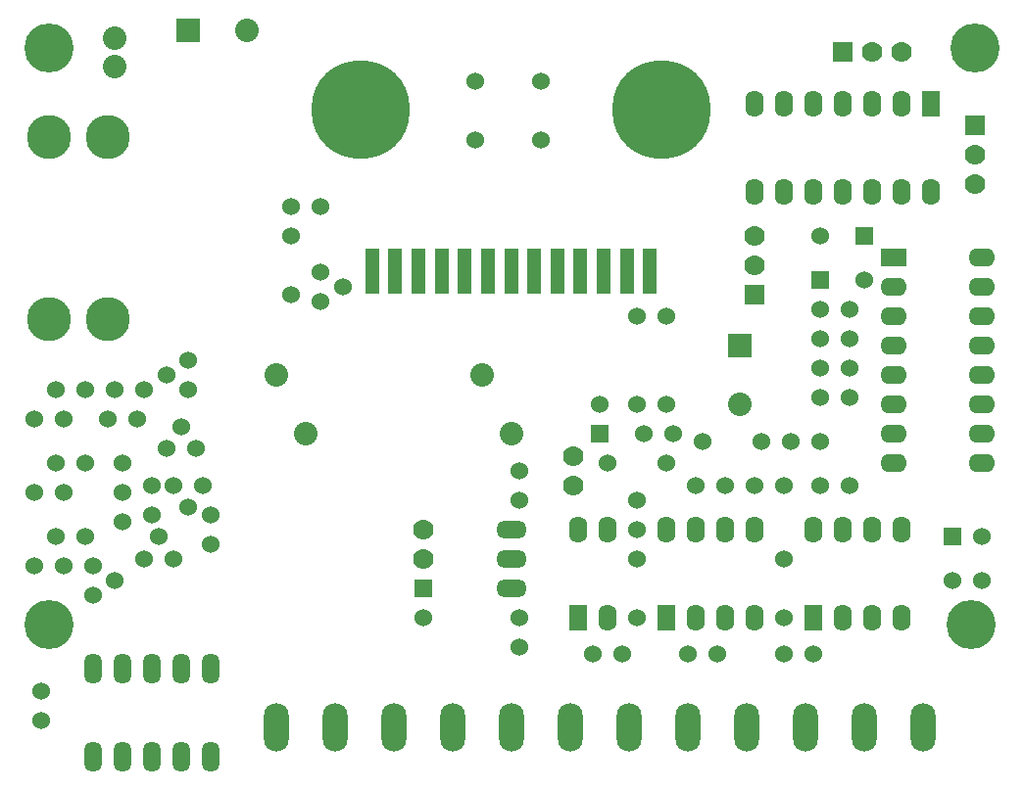
<source format=gts>
G04 (created by PCBNEW (2013-jul-07)-stable) date Sun 11 Dec 2016 08:13:46 PM CST*
%MOIN*%
G04 Gerber Fmt 3.4, Leading zero omitted, Abs format*
%FSLAX34Y34*%
G01*
G70*
G90*
G04 APERTURE LIST*
%ADD10C,0.00590551*%
%ADD11R,0.06X0.06*%
%ADD12C,0.06*%
%ADD13C,0.08*%
%ADD14O,0.104X0.06*%
%ADD15C,0.07*%
%ADD16O,0.06X0.104*%
%ADD17R,0.07X0.07*%
%ADD18C,0.15*%
%ADD19R,0.062X0.09*%
%ADD20O,0.062X0.09*%
%ADD21R,0.09X0.062*%
%ADD22O,0.09X0.062*%
%ADD23O,0.085X0.165*%
%ADD24R,0.08X0.08*%
%ADD25C,0.167*%
%ADD26R,0.0492126X0.15748*%
%ADD27C,0.334646*%
G04 APERTURE END LIST*
G54D10*
G54D11*
X98000Y-60000D03*
G54D12*
X99000Y-60000D03*
G54D11*
X80000Y-61750D03*
G54D12*
X80000Y-62750D03*
G54D11*
X86000Y-56500D03*
G54D12*
X86000Y-55500D03*
G54D13*
X69500Y-44000D03*
X69500Y-43015D03*
G54D12*
X94500Y-52250D03*
X94500Y-53250D03*
X93500Y-52250D03*
X93500Y-53250D03*
X98000Y-61500D03*
X99000Y-61500D03*
X92250Y-64000D03*
X93250Y-64000D03*
X90000Y-64000D03*
X89000Y-64000D03*
X86750Y-64000D03*
X85750Y-64000D03*
X83250Y-57750D03*
X83250Y-58750D03*
X87250Y-58750D03*
X87250Y-59750D03*
X94500Y-58250D03*
X93500Y-58250D03*
X89250Y-58250D03*
X90250Y-58250D03*
X88500Y-56500D03*
X87500Y-56500D03*
X75500Y-48750D03*
X76500Y-48750D03*
X67000Y-66250D03*
X67000Y-65250D03*
X70500Y-55000D03*
X69500Y-55000D03*
X72750Y-60250D03*
X72750Y-59250D03*
X70750Y-59250D03*
X70750Y-58250D03*
X68500Y-57500D03*
X67500Y-57500D03*
X68500Y-55000D03*
X67500Y-55000D03*
X68500Y-60000D03*
X67500Y-60000D03*
G54D14*
X83000Y-61750D03*
X83000Y-59750D03*
X83000Y-60750D03*
G54D12*
X83250Y-62750D03*
X83250Y-63750D03*
G54D15*
X80000Y-60750D03*
X80000Y-59750D03*
G54D16*
X68750Y-67500D03*
X69750Y-67500D03*
X70750Y-67500D03*
X71750Y-67500D03*
X72750Y-67500D03*
X72750Y-64500D03*
X71750Y-64500D03*
X70750Y-64500D03*
X69750Y-64500D03*
X68750Y-64500D03*
G54D13*
X82000Y-54500D03*
X75000Y-54500D03*
X83000Y-56500D03*
X76000Y-56500D03*
G54D17*
X94250Y-43500D03*
G54D15*
X95250Y-43500D03*
X96250Y-43500D03*
G54D12*
X67750Y-61000D03*
X66750Y-61000D03*
X67750Y-56000D03*
X66750Y-56000D03*
X67750Y-58500D03*
X66750Y-58500D03*
X69250Y-56000D03*
X70250Y-56000D03*
G54D18*
X69250Y-46400D03*
X67250Y-46400D03*
X69250Y-52600D03*
X67250Y-52600D03*
G54D19*
X93250Y-62750D03*
G54D20*
X94250Y-62750D03*
X95250Y-62750D03*
X96250Y-62750D03*
X96250Y-59750D03*
X95250Y-59750D03*
X94250Y-59750D03*
X93250Y-59750D03*
G54D19*
X88250Y-62750D03*
G54D20*
X89250Y-62750D03*
X90250Y-62750D03*
X91250Y-62750D03*
X91250Y-59750D03*
X90250Y-59750D03*
X89250Y-59750D03*
X88250Y-59750D03*
G54D21*
X96000Y-50500D03*
G54D22*
X96000Y-51500D03*
X96000Y-52500D03*
X96000Y-53500D03*
X96000Y-54500D03*
X96000Y-55500D03*
X96000Y-56500D03*
X96000Y-57500D03*
X99000Y-57500D03*
X99000Y-56500D03*
X99000Y-55500D03*
X99000Y-54500D03*
X99000Y-53500D03*
X99000Y-52500D03*
X99000Y-51500D03*
X99000Y-50500D03*
G54D19*
X97250Y-45250D03*
G54D20*
X96250Y-45250D03*
X95250Y-45250D03*
X94250Y-45250D03*
X93250Y-45250D03*
X92250Y-45250D03*
X91250Y-45250D03*
X91250Y-48250D03*
X92250Y-48250D03*
X93250Y-48250D03*
X94250Y-48250D03*
X95250Y-48250D03*
X96250Y-48250D03*
X97250Y-48250D03*
G54D23*
X87000Y-66500D03*
X89000Y-66500D03*
X91000Y-66500D03*
X93000Y-66500D03*
X95000Y-66500D03*
X97000Y-66500D03*
G54D24*
X90750Y-53500D03*
G54D13*
X90750Y-55500D03*
G54D24*
X72000Y-42750D03*
G54D13*
X74000Y-42750D03*
G54D12*
X89500Y-56750D03*
X91500Y-56750D03*
X92250Y-60750D03*
X92250Y-62750D03*
X87250Y-60750D03*
X87250Y-62750D03*
X75500Y-51750D03*
X75500Y-49750D03*
X84000Y-46500D03*
X84000Y-44500D03*
X81750Y-46500D03*
X81750Y-44500D03*
X88250Y-57500D03*
X86250Y-57500D03*
X94500Y-54250D03*
X94500Y-55250D03*
X92250Y-58250D03*
X91250Y-58250D03*
X93500Y-54250D03*
X93500Y-55250D03*
X92500Y-56750D03*
X93500Y-56750D03*
X72000Y-55000D03*
X71250Y-54500D03*
X72000Y-54000D03*
X68750Y-61000D03*
X69500Y-61500D03*
X68750Y-62000D03*
X70500Y-60750D03*
X71000Y-60000D03*
X71500Y-60750D03*
X76500Y-51000D03*
X77250Y-51500D03*
X76500Y-52000D03*
X71250Y-57000D03*
X71750Y-56250D03*
X72250Y-57000D03*
G54D23*
X75000Y-66500D03*
X77000Y-66500D03*
X79000Y-66500D03*
X81000Y-66500D03*
X83000Y-66500D03*
X85000Y-66500D03*
G54D25*
X67250Y-43375D03*
X98750Y-43375D03*
G54D26*
X78248Y-50964D03*
X79035Y-50964D03*
X79823Y-50964D03*
X80610Y-50964D03*
X81398Y-50964D03*
X82185Y-50964D03*
X82972Y-50964D03*
X83759Y-50964D03*
X84546Y-50964D03*
X85334Y-50964D03*
X86121Y-50964D03*
X86909Y-50964D03*
X87696Y-50964D03*
G54D27*
X77854Y-45472D03*
X88090Y-45472D03*
G54D25*
X67250Y-63000D03*
X98625Y-63000D03*
G54D19*
X85250Y-62750D03*
G54D20*
X86250Y-62750D03*
X86250Y-59750D03*
X85250Y-59750D03*
G54D12*
X69750Y-59500D03*
X69750Y-58500D03*
X69750Y-57500D03*
X87250Y-52500D03*
X87250Y-55500D03*
X88250Y-55500D03*
X88250Y-52500D03*
G54D11*
X95000Y-49750D03*
G54D12*
X95000Y-51250D03*
G54D11*
X93500Y-51250D03*
G54D12*
X93500Y-49750D03*
G54D17*
X98750Y-46000D03*
G54D15*
X98750Y-47000D03*
X98750Y-48000D03*
G54D17*
X91250Y-51750D03*
G54D15*
X91250Y-50750D03*
X91250Y-49750D03*
G54D12*
X71500Y-58250D03*
X72000Y-59000D03*
X72500Y-58250D03*
G54D15*
X85100Y-57250D03*
X85100Y-58250D03*
M02*

</source>
